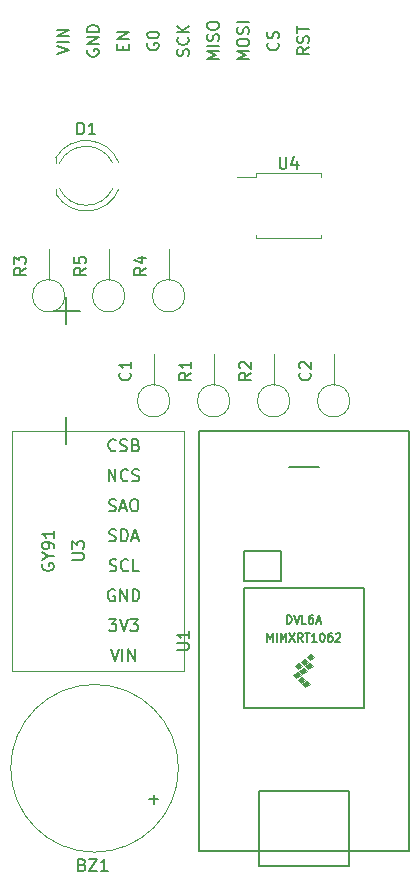
<source format=gbr>
%TF.GenerationSoftware,KiCad,Pcbnew,5.1.9*%
%TF.CreationDate,2021-04-29T21:46:09+02:00*%
%TF.ProjectId,project,70726f6a-6563-4742-9e6b-696361645f70,rev?*%
%TF.SameCoordinates,Original*%
%TF.FileFunction,Legend,Top*%
%TF.FilePolarity,Positive*%
%FSLAX46Y46*%
G04 Gerber Fmt 4.6, Leading zero omitted, Abs format (unit mm)*
G04 Created by KiCad (PCBNEW 5.1.9) date 2021-04-29 21:46:09*
%MOMM*%
%LPD*%
G01*
G04 APERTURE LIST*
%ADD10C,0.100000*%
%ADD11C,0.150000*%
%ADD12C,0.120000*%
G04 APERTURE END LIST*
D10*
%TO.C,U1*%
G36*
X257937000Y-91567000D02*
G01*
X257683000Y-91313000D01*
X258064000Y-91059000D01*
X258318000Y-91313000D01*
X257937000Y-91567000D01*
G37*
X257937000Y-91567000D02*
X257683000Y-91313000D01*
X258064000Y-91059000D01*
X258318000Y-91313000D01*
X257937000Y-91567000D01*
G36*
X257556000Y-91186000D02*
G01*
X257302000Y-90932000D01*
X257683000Y-90678000D01*
X257937000Y-90932000D01*
X257556000Y-91186000D01*
G37*
X257556000Y-91186000D02*
X257302000Y-90932000D01*
X257683000Y-90678000D01*
X257937000Y-90932000D01*
X257556000Y-91186000D01*
G36*
X258318000Y-89281000D02*
G01*
X258064000Y-89027000D01*
X258445000Y-88773000D01*
X258699000Y-89027000D01*
X258318000Y-89281000D01*
G37*
X258318000Y-89281000D02*
X258064000Y-89027000D01*
X258445000Y-88773000D01*
X258699000Y-89027000D01*
X258318000Y-89281000D01*
G36*
X257810000Y-89662000D02*
G01*
X257556000Y-89408000D01*
X257937000Y-89154000D01*
X258191000Y-89408000D01*
X257810000Y-89662000D01*
G37*
X257810000Y-89662000D02*
X257556000Y-89408000D01*
X257937000Y-89154000D01*
X258191000Y-89408000D01*
X257810000Y-89662000D01*
G36*
X257302000Y-90043000D02*
G01*
X257048000Y-89789000D01*
X257429000Y-89535000D01*
X257683000Y-89789000D01*
X257302000Y-90043000D01*
G37*
X257302000Y-90043000D02*
X257048000Y-89789000D01*
X257429000Y-89535000D01*
X257683000Y-89789000D01*
X257302000Y-90043000D01*
G36*
X258191000Y-90043000D02*
G01*
X257937000Y-89789000D01*
X258318000Y-89535000D01*
X258572000Y-89789000D01*
X258191000Y-90043000D01*
G37*
X258191000Y-90043000D02*
X257937000Y-89789000D01*
X258318000Y-89535000D01*
X258572000Y-89789000D01*
X258191000Y-90043000D01*
G36*
X257683000Y-90424000D02*
G01*
X257429000Y-90170000D01*
X257810000Y-89916000D01*
X258064000Y-90170000D01*
X257683000Y-90424000D01*
G37*
X257683000Y-90424000D02*
X257429000Y-90170000D01*
X257810000Y-89916000D01*
X258064000Y-90170000D01*
X257683000Y-90424000D01*
G36*
X257175000Y-90805000D02*
G01*
X256921000Y-90551000D01*
X257302000Y-90297000D01*
X257556000Y-90551000D01*
X257175000Y-90805000D01*
G37*
X257175000Y-90805000D02*
X256921000Y-90551000D01*
X257302000Y-90297000D01*
X257556000Y-90551000D01*
X257175000Y-90805000D01*
D11*
X255905000Y-82550000D02*
X252730000Y-82550000D01*
X255905000Y-80010000D02*
X255905000Y-82550000D01*
X252730000Y-80010000D02*
X255905000Y-80010000D01*
X252730000Y-82550000D02*
X252730000Y-80010000D01*
X266700000Y-105410000D02*
X248920000Y-105410000D01*
X266700000Y-69850000D02*
X266700000Y-105410000D01*
X248920000Y-69850000D02*
X266700000Y-69850000D01*
X248920000Y-105410000D02*
X248920000Y-69850000D01*
X262890000Y-83185000D02*
X262890000Y-93345000D01*
X252730000Y-83185000D02*
X252730000Y-93345000D01*
X252730000Y-93345000D02*
X262890000Y-93345000D01*
X262890000Y-83185000D02*
X252730000Y-83185000D01*
X256540000Y-72898000D02*
X259080000Y-72898000D01*
X261620000Y-100330000D02*
X261620000Y-105410000D01*
X254000000Y-100330000D02*
X254000000Y-105410000D01*
X261620000Y-100330000D02*
X254000000Y-100330000D01*
X254000000Y-106680000D02*
X254000000Y-105410000D01*
X261620000Y-106680000D02*
X254000000Y-106680000D01*
X261620000Y-105410000D02*
X261620000Y-106680000D01*
D12*
%TO.C,D1*%
X241649479Y-49340429D02*
G75*
G02*
X237140316Y-49340000I-2254479J1080429D01*
G01*
X241649479Y-47179571D02*
G75*
G03*
X237140316Y-47180000I-2254479J-1080429D01*
G01*
X242182815Y-49340827D02*
G75*
G02*
X236835000Y-49804830I-2787815J1080827D01*
G01*
X242182815Y-47179173D02*
G75*
G03*
X236835000Y-46715170I-2787815J-1080827D01*
G01*
X236835000Y-49340000D02*
X236835000Y-49805000D01*
X236835000Y-46715000D02*
X236835000Y-47180000D01*
%TO.C,U4*%
X256540000Y-53547500D02*
X259287500Y-53547500D01*
X259287500Y-53547500D02*
X259287500Y-53265000D01*
X256540000Y-53547500D02*
X253792500Y-53547500D01*
X253792500Y-53547500D02*
X253792500Y-53265000D01*
X256540000Y-48052500D02*
X259287500Y-48052500D01*
X259287500Y-48052500D02*
X259287500Y-48335000D01*
X256540000Y-48052500D02*
X253792500Y-48052500D01*
X253792500Y-48052500D02*
X253792500Y-48335000D01*
X253792500Y-48335000D02*
X252140000Y-48335000D01*
%TO.C,U3*%
X233110000Y-90170000D02*
X236220000Y-90170000D01*
X233110000Y-69850000D02*
X233110000Y-90170000D01*
X247650000Y-69850000D02*
X233110000Y-69850000D01*
X247650000Y-90170000D02*
X236220000Y-90170000D01*
X247650000Y-69850000D02*
X247650000Y-90170000D01*
%TO.C,R5*%
X242670000Y-58420000D02*
G75*
G03*
X242670000Y-58420000I-1370000J0D01*
G01*
X241300000Y-57050000D02*
X241300000Y-54440000D01*
%TO.C,R4*%
X247750000Y-58420000D02*
G75*
G03*
X247750000Y-58420000I-1370000J0D01*
G01*
X246380000Y-57050000D02*
X246380000Y-54440000D01*
%TO.C,R3*%
X237590000Y-58420000D02*
G75*
G03*
X237590000Y-58420000I-1370000J0D01*
G01*
X236220000Y-57050000D02*
X236220000Y-54440000D01*
%TO.C,R2*%
X256640000Y-67310000D02*
G75*
G03*
X256640000Y-67310000I-1370000J0D01*
G01*
X255270000Y-65940000D02*
X255270000Y-63330000D01*
%TO.C,R1*%
X251560000Y-67310000D02*
G75*
G03*
X251560000Y-67310000I-1370000J0D01*
G01*
X250190000Y-65940000D02*
X250190000Y-63330000D01*
%TO.C,C2*%
X261720000Y-67310000D02*
G75*
G03*
X261720000Y-67310000I-1370000J0D01*
G01*
X260350000Y-65940000D02*
X260350000Y-63330000D01*
%TO.C,C1*%
X246480000Y-67310000D02*
G75*
G03*
X246480000Y-67310000I-1370000J0D01*
G01*
X245110000Y-65940000D02*
X245110000Y-63330000D01*
%TO.C,BZ1*%
X247210000Y-98425000D02*
G75*
G03*
X247210000Y-98425000I-7100000J0D01*
G01*
%TO.C,U1*%
D11*
X247102380Y-88391904D02*
X247911904Y-88391904D01*
X248007142Y-88344285D01*
X248054761Y-88296666D01*
X248102380Y-88201428D01*
X248102380Y-88010952D01*
X248054761Y-87915714D01*
X248007142Y-87868095D01*
X247911904Y-87820476D01*
X247102380Y-87820476D01*
X248102380Y-86820476D02*
X248102380Y-87391904D01*
X248102380Y-87106190D02*
X247102380Y-87106190D01*
X247245238Y-87201428D01*
X247340476Y-87296666D01*
X247388095Y-87391904D01*
X254726666Y-87692666D02*
X254726666Y-86992666D01*
X254960000Y-87492666D01*
X255193333Y-86992666D01*
X255193333Y-87692666D01*
X255526666Y-87692666D02*
X255526666Y-86992666D01*
X255860000Y-87692666D02*
X255860000Y-86992666D01*
X256093333Y-87492666D01*
X256326666Y-86992666D01*
X256326666Y-87692666D01*
X256593333Y-86992666D02*
X257060000Y-87692666D01*
X257060000Y-86992666D02*
X256593333Y-87692666D01*
X257726666Y-87692666D02*
X257493333Y-87359333D01*
X257326666Y-87692666D02*
X257326666Y-86992666D01*
X257593333Y-86992666D01*
X257660000Y-87026000D01*
X257693333Y-87059333D01*
X257726666Y-87126000D01*
X257726666Y-87226000D01*
X257693333Y-87292666D01*
X257660000Y-87326000D01*
X257593333Y-87359333D01*
X257326666Y-87359333D01*
X257926666Y-86992666D02*
X258326666Y-86992666D01*
X258126666Y-87692666D02*
X258126666Y-86992666D01*
X258926666Y-87692666D02*
X258526666Y-87692666D01*
X258726666Y-87692666D02*
X258726666Y-86992666D01*
X258660000Y-87092666D01*
X258593333Y-87159333D01*
X258526666Y-87192666D01*
X259360000Y-86992666D02*
X259426666Y-86992666D01*
X259493333Y-87026000D01*
X259526666Y-87059333D01*
X259560000Y-87126000D01*
X259593333Y-87259333D01*
X259593333Y-87426000D01*
X259560000Y-87559333D01*
X259526666Y-87626000D01*
X259493333Y-87659333D01*
X259426666Y-87692666D01*
X259360000Y-87692666D01*
X259293333Y-87659333D01*
X259260000Y-87626000D01*
X259226666Y-87559333D01*
X259193333Y-87426000D01*
X259193333Y-87259333D01*
X259226666Y-87126000D01*
X259260000Y-87059333D01*
X259293333Y-87026000D01*
X259360000Y-86992666D01*
X260193333Y-86992666D02*
X260060000Y-86992666D01*
X259993333Y-87026000D01*
X259960000Y-87059333D01*
X259893333Y-87159333D01*
X259860000Y-87292666D01*
X259860000Y-87559333D01*
X259893333Y-87626000D01*
X259926666Y-87659333D01*
X259993333Y-87692666D01*
X260126666Y-87692666D01*
X260193333Y-87659333D01*
X260226666Y-87626000D01*
X260260000Y-87559333D01*
X260260000Y-87392666D01*
X260226666Y-87326000D01*
X260193333Y-87292666D01*
X260126666Y-87259333D01*
X259993333Y-87259333D01*
X259926666Y-87292666D01*
X259893333Y-87326000D01*
X259860000Y-87392666D01*
X260526666Y-87059333D02*
X260560000Y-87026000D01*
X260626666Y-86992666D01*
X260793333Y-86992666D01*
X260860000Y-87026000D01*
X260893333Y-87059333D01*
X260926666Y-87126000D01*
X260926666Y-87192666D01*
X260893333Y-87292666D01*
X260493333Y-87692666D01*
X260926666Y-87692666D01*
X256410000Y-86168666D02*
X256410000Y-85468666D01*
X256576666Y-85468666D01*
X256676666Y-85502000D01*
X256743333Y-85568666D01*
X256776666Y-85635333D01*
X256810000Y-85768666D01*
X256810000Y-85868666D01*
X256776666Y-86002000D01*
X256743333Y-86068666D01*
X256676666Y-86135333D01*
X256576666Y-86168666D01*
X256410000Y-86168666D01*
X257010000Y-85468666D02*
X257243333Y-86168666D01*
X257476666Y-85468666D01*
X258043333Y-86168666D02*
X257710000Y-86168666D01*
X257710000Y-85468666D01*
X258576666Y-85468666D02*
X258443333Y-85468666D01*
X258376666Y-85502000D01*
X258343333Y-85535333D01*
X258276666Y-85635333D01*
X258243333Y-85768666D01*
X258243333Y-86035333D01*
X258276666Y-86102000D01*
X258310000Y-86135333D01*
X258376666Y-86168666D01*
X258510000Y-86168666D01*
X258576666Y-86135333D01*
X258610000Y-86102000D01*
X258643333Y-86035333D01*
X258643333Y-85868666D01*
X258610000Y-85802000D01*
X258576666Y-85768666D01*
X258510000Y-85735333D01*
X258376666Y-85735333D01*
X258310000Y-85768666D01*
X258276666Y-85802000D01*
X258243333Y-85868666D01*
X258910000Y-85968666D02*
X259243333Y-85968666D01*
X258843333Y-86168666D02*
X259076666Y-85468666D01*
X259310000Y-86168666D01*
%TO.C,D1*%
X238656904Y-44752380D02*
X238656904Y-43752380D01*
X238895000Y-43752380D01*
X239037857Y-43800000D01*
X239133095Y-43895238D01*
X239180714Y-43990476D01*
X239228333Y-44180952D01*
X239228333Y-44323809D01*
X239180714Y-44514285D01*
X239133095Y-44609523D01*
X239037857Y-44704761D01*
X238895000Y-44752380D01*
X238656904Y-44752380D01*
X240180714Y-44752380D02*
X239609285Y-44752380D01*
X239895000Y-44752380D02*
X239895000Y-43752380D01*
X239799761Y-43895238D01*
X239704523Y-43990476D01*
X239609285Y-44038095D01*
%TO.C,U4*%
X255778095Y-46662380D02*
X255778095Y-47471904D01*
X255825714Y-47567142D01*
X255873333Y-47614761D01*
X255968571Y-47662380D01*
X256159047Y-47662380D01*
X256254285Y-47614761D01*
X256301904Y-47567142D01*
X256349523Y-47471904D01*
X256349523Y-46662380D01*
X257254285Y-46995714D02*
X257254285Y-47662380D01*
X257016190Y-46614761D02*
X256778095Y-47329047D01*
X257397142Y-47329047D01*
%TO.C,U3*%
X238212380Y-80771904D02*
X239021904Y-80771904D01*
X239117142Y-80724285D01*
X239164761Y-80676666D01*
X239212380Y-80581428D01*
X239212380Y-80390952D01*
X239164761Y-80295714D01*
X239117142Y-80248095D01*
X239021904Y-80200476D01*
X238212380Y-80200476D01*
X238212380Y-79819523D02*
X238212380Y-79200476D01*
X238593333Y-79533809D01*
X238593333Y-79390952D01*
X238640952Y-79295714D01*
X238688571Y-79248095D01*
X238783809Y-79200476D01*
X239021904Y-79200476D01*
X239117142Y-79248095D01*
X239164761Y-79295714D01*
X239212380Y-79390952D01*
X239212380Y-79676666D01*
X239164761Y-79771904D01*
X239117142Y-79819523D01*
X235720000Y-81129047D02*
X235672380Y-81224285D01*
X235672380Y-81367142D01*
X235720000Y-81510000D01*
X235815238Y-81605238D01*
X235910476Y-81652857D01*
X236100952Y-81700476D01*
X236243809Y-81700476D01*
X236434285Y-81652857D01*
X236529523Y-81605238D01*
X236624761Y-81510000D01*
X236672380Y-81367142D01*
X236672380Y-81271904D01*
X236624761Y-81129047D01*
X236577142Y-81081428D01*
X236243809Y-81081428D01*
X236243809Y-81271904D01*
X236196190Y-80462380D02*
X236672380Y-80462380D01*
X235672380Y-80795714D02*
X236196190Y-80462380D01*
X235672380Y-80129047D01*
X236672380Y-79748095D02*
X236672380Y-79557619D01*
X236624761Y-79462380D01*
X236577142Y-79414761D01*
X236434285Y-79319523D01*
X236243809Y-79271904D01*
X235862857Y-79271904D01*
X235767619Y-79319523D01*
X235720000Y-79367142D01*
X235672380Y-79462380D01*
X235672380Y-79652857D01*
X235720000Y-79748095D01*
X235767619Y-79795714D01*
X235862857Y-79843333D01*
X236100952Y-79843333D01*
X236196190Y-79795714D01*
X236243809Y-79748095D01*
X236291428Y-79652857D01*
X236291428Y-79462380D01*
X236243809Y-79367142D01*
X236196190Y-79319523D01*
X236100952Y-79271904D01*
X236672380Y-78319523D02*
X236672380Y-78890952D01*
X236672380Y-78605238D02*
X235672380Y-78605238D01*
X235815238Y-78700476D01*
X235910476Y-78795714D01*
X235958095Y-78890952D01*
X241903333Y-71477142D02*
X241855714Y-71524761D01*
X241712857Y-71572380D01*
X241617619Y-71572380D01*
X241474761Y-71524761D01*
X241379523Y-71429523D01*
X241331904Y-71334285D01*
X241284285Y-71143809D01*
X241284285Y-71000952D01*
X241331904Y-70810476D01*
X241379523Y-70715238D01*
X241474761Y-70620000D01*
X241617619Y-70572380D01*
X241712857Y-70572380D01*
X241855714Y-70620000D01*
X241903333Y-70667619D01*
X242284285Y-71524761D02*
X242427142Y-71572380D01*
X242665238Y-71572380D01*
X242760476Y-71524761D01*
X242808095Y-71477142D01*
X242855714Y-71381904D01*
X242855714Y-71286666D01*
X242808095Y-71191428D01*
X242760476Y-71143809D01*
X242665238Y-71096190D01*
X242474761Y-71048571D01*
X242379523Y-71000952D01*
X242331904Y-70953333D01*
X242284285Y-70858095D01*
X242284285Y-70762857D01*
X242331904Y-70667619D01*
X242379523Y-70620000D01*
X242474761Y-70572380D01*
X242712857Y-70572380D01*
X242855714Y-70620000D01*
X243617619Y-71048571D02*
X243760476Y-71096190D01*
X243808095Y-71143809D01*
X243855714Y-71239047D01*
X243855714Y-71381904D01*
X243808095Y-71477142D01*
X243760476Y-71524761D01*
X243665238Y-71572380D01*
X243284285Y-71572380D01*
X243284285Y-70572380D01*
X243617619Y-70572380D01*
X243712857Y-70620000D01*
X243760476Y-70667619D01*
X243808095Y-70762857D01*
X243808095Y-70858095D01*
X243760476Y-70953333D01*
X243712857Y-71000952D01*
X243617619Y-71048571D01*
X243284285Y-71048571D01*
X241308095Y-74112380D02*
X241308095Y-73112380D01*
X241879523Y-74112380D01*
X241879523Y-73112380D01*
X242927142Y-74017142D02*
X242879523Y-74064761D01*
X242736666Y-74112380D01*
X242641428Y-74112380D01*
X242498571Y-74064761D01*
X242403333Y-73969523D01*
X242355714Y-73874285D01*
X242308095Y-73683809D01*
X242308095Y-73540952D01*
X242355714Y-73350476D01*
X242403333Y-73255238D01*
X242498571Y-73160000D01*
X242641428Y-73112380D01*
X242736666Y-73112380D01*
X242879523Y-73160000D01*
X242927142Y-73207619D01*
X243308095Y-74064761D02*
X243450952Y-74112380D01*
X243689047Y-74112380D01*
X243784285Y-74064761D01*
X243831904Y-74017142D01*
X243879523Y-73921904D01*
X243879523Y-73826666D01*
X243831904Y-73731428D01*
X243784285Y-73683809D01*
X243689047Y-73636190D01*
X243498571Y-73588571D01*
X243403333Y-73540952D01*
X243355714Y-73493333D01*
X243308095Y-73398095D01*
X243308095Y-73302857D01*
X243355714Y-73207619D01*
X243403333Y-73160000D01*
X243498571Y-73112380D01*
X243736666Y-73112380D01*
X243879523Y-73160000D01*
X241331904Y-76604761D02*
X241474761Y-76652380D01*
X241712857Y-76652380D01*
X241808095Y-76604761D01*
X241855714Y-76557142D01*
X241903333Y-76461904D01*
X241903333Y-76366666D01*
X241855714Y-76271428D01*
X241808095Y-76223809D01*
X241712857Y-76176190D01*
X241522380Y-76128571D01*
X241427142Y-76080952D01*
X241379523Y-76033333D01*
X241331904Y-75938095D01*
X241331904Y-75842857D01*
X241379523Y-75747619D01*
X241427142Y-75700000D01*
X241522380Y-75652380D01*
X241760476Y-75652380D01*
X241903333Y-75700000D01*
X242284285Y-76366666D02*
X242760476Y-76366666D01*
X242189047Y-76652380D02*
X242522380Y-75652380D01*
X242855714Y-76652380D01*
X243379523Y-75652380D02*
X243570000Y-75652380D01*
X243665238Y-75700000D01*
X243760476Y-75795238D01*
X243808095Y-75985714D01*
X243808095Y-76319047D01*
X243760476Y-76509523D01*
X243665238Y-76604761D01*
X243570000Y-76652380D01*
X243379523Y-76652380D01*
X243284285Y-76604761D01*
X243189047Y-76509523D01*
X243141428Y-76319047D01*
X243141428Y-75985714D01*
X243189047Y-75795238D01*
X243284285Y-75700000D01*
X243379523Y-75652380D01*
X241355714Y-79144761D02*
X241498571Y-79192380D01*
X241736666Y-79192380D01*
X241831904Y-79144761D01*
X241879523Y-79097142D01*
X241927142Y-79001904D01*
X241927142Y-78906666D01*
X241879523Y-78811428D01*
X241831904Y-78763809D01*
X241736666Y-78716190D01*
X241546190Y-78668571D01*
X241450952Y-78620952D01*
X241403333Y-78573333D01*
X241355714Y-78478095D01*
X241355714Y-78382857D01*
X241403333Y-78287619D01*
X241450952Y-78240000D01*
X241546190Y-78192380D01*
X241784285Y-78192380D01*
X241927142Y-78240000D01*
X242355714Y-79192380D02*
X242355714Y-78192380D01*
X242593809Y-78192380D01*
X242736666Y-78240000D01*
X242831904Y-78335238D01*
X242879523Y-78430476D01*
X242927142Y-78620952D01*
X242927142Y-78763809D01*
X242879523Y-78954285D01*
X242831904Y-79049523D01*
X242736666Y-79144761D01*
X242593809Y-79192380D01*
X242355714Y-79192380D01*
X243308095Y-78906666D02*
X243784285Y-78906666D01*
X243212857Y-79192380D02*
X243546190Y-78192380D01*
X243879523Y-79192380D01*
X241379523Y-81684761D02*
X241522380Y-81732380D01*
X241760476Y-81732380D01*
X241855714Y-81684761D01*
X241903333Y-81637142D01*
X241950952Y-81541904D01*
X241950952Y-81446666D01*
X241903333Y-81351428D01*
X241855714Y-81303809D01*
X241760476Y-81256190D01*
X241570000Y-81208571D01*
X241474761Y-81160952D01*
X241427142Y-81113333D01*
X241379523Y-81018095D01*
X241379523Y-80922857D01*
X241427142Y-80827619D01*
X241474761Y-80780000D01*
X241570000Y-80732380D01*
X241808095Y-80732380D01*
X241950952Y-80780000D01*
X242950952Y-81637142D02*
X242903333Y-81684761D01*
X242760476Y-81732380D01*
X242665238Y-81732380D01*
X242522380Y-81684761D01*
X242427142Y-81589523D01*
X242379523Y-81494285D01*
X242331904Y-81303809D01*
X242331904Y-81160952D01*
X242379523Y-80970476D01*
X242427142Y-80875238D01*
X242522380Y-80780000D01*
X242665238Y-80732380D01*
X242760476Y-80732380D01*
X242903333Y-80780000D01*
X242950952Y-80827619D01*
X243855714Y-81732380D02*
X243379523Y-81732380D01*
X243379523Y-80732380D01*
X241808095Y-83320000D02*
X241712857Y-83272380D01*
X241570000Y-83272380D01*
X241427142Y-83320000D01*
X241331904Y-83415238D01*
X241284285Y-83510476D01*
X241236666Y-83700952D01*
X241236666Y-83843809D01*
X241284285Y-84034285D01*
X241331904Y-84129523D01*
X241427142Y-84224761D01*
X241570000Y-84272380D01*
X241665238Y-84272380D01*
X241808095Y-84224761D01*
X241855714Y-84177142D01*
X241855714Y-83843809D01*
X241665238Y-83843809D01*
X242284285Y-84272380D02*
X242284285Y-83272380D01*
X242855714Y-84272380D01*
X242855714Y-83272380D01*
X243331904Y-84272380D02*
X243331904Y-83272380D01*
X243570000Y-83272380D01*
X243712857Y-83320000D01*
X243808095Y-83415238D01*
X243855714Y-83510476D01*
X243903333Y-83700952D01*
X243903333Y-83843809D01*
X243855714Y-84034285D01*
X243808095Y-84129523D01*
X243712857Y-84224761D01*
X243570000Y-84272380D01*
X243331904Y-84272380D01*
X241331904Y-85812380D02*
X241950952Y-85812380D01*
X241617619Y-86193333D01*
X241760476Y-86193333D01*
X241855714Y-86240952D01*
X241903333Y-86288571D01*
X241950952Y-86383809D01*
X241950952Y-86621904D01*
X241903333Y-86717142D01*
X241855714Y-86764761D01*
X241760476Y-86812380D01*
X241474761Y-86812380D01*
X241379523Y-86764761D01*
X241331904Y-86717142D01*
X242236666Y-85812380D02*
X242570000Y-86812380D01*
X242903333Y-85812380D01*
X243141428Y-85812380D02*
X243760476Y-85812380D01*
X243427142Y-86193333D01*
X243570000Y-86193333D01*
X243665238Y-86240952D01*
X243712857Y-86288571D01*
X243760476Y-86383809D01*
X243760476Y-86621904D01*
X243712857Y-86717142D01*
X243665238Y-86764761D01*
X243570000Y-86812380D01*
X243284285Y-86812380D01*
X243189047Y-86764761D01*
X243141428Y-86717142D01*
X241474761Y-88352380D02*
X241808095Y-89352380D01*
X242141428Y-88352380D01*
X242474761Y-89352380D02*
X242474761Y-88352380D01*
X242950952Y-89352380D02*
X242950952Y-88352380D01*
X243522380Y-89352380D01*
X243522380Y-88352380D01*
%TO.C,U2*%
X258262380Y-37377619D02*
X257786190Y-37710952D01*
X258262380Y-37949047D02*
X257262380Y-37949047D01*
X257262380Y-37568095D01*
X257310000Y-37472857D01*
X257357619Y-37425238D01*
X257452857Y-37377619D01*
X257595714Y-37377619D01*
X257690952Y-37425238D01*
X257738571Y-37472857D01*
X257786190Y-37568095D01*
X257786190Y-37949047D01*
X258214761Y-36996666D02*
X258262380Y-36853809D01*
X258262380Y-36615714D01*
X258214761Y-36520476D01*
X258167142Y-36472857D01*
X258071904Y-36425238D01*
X257976666Y-36425238D01*
X257881428Y-36472857D01*
X257833809Y-36520476D01*
X257786190Y-36615714D01*
X257738571Y-36806190D01*
X257690952Y-36901428D01*
X257643333Y-36949047D01*
X257548095Y-36996666D01*
X257452857Y-36996666D01*
X257357619Y-36949047D01*
X257310000Y-36901428D01*
X257262380Y-36806190D01*
X257262380Y-36568095D01*
X257310000Y-36425238D01*
X257262380Y-36139523D02*
X257262380Y-35568095D01*
X258262380Y-35853809D02*
X257262380Y-35853809D01*
X255627142Y-36996666D02*
X255674761Y-37044285D01*
X255722380Y-37187142D01*
X255722380Y-37282380D01*
X255674761Y-37425238D01*
X255579523Y-37520476D01*
X255484285Y-37568095D01*
X255293809Y-37615714D01*
X255150952Y-37615714D01*
X254960476Y-37568095D01*
X254865238Y-37520476D01*
X254770000Y-37425238D01*
X254722380Y-37282380D01*
X254722380Y-37187142D01*
X254770000Y-37044285D01*
X254817619Y-36996666D01*
X255674761Y-36615714D02*
X255722380Y-36472857D01*
X255722380Y-36234761D01*
X255674761Y-36139523D01*
X255627142Y-36091904D01*
X255531904Y-36044285D01*
X255436666Y-36044285D01*
X255341428Y-36091904D01*
X255293809Y-36139523D01*
X255246190Y-36234761D01*
X255198571Y-36425238D01*
X255150952Y-36520476D01*
X255103333Y-36568095D01*
X255008095Y-36615714D01*
X254912857Y-36615714D01*
X254817619Y-36568095D01*
X254770000Y-36520476D01*
X254722380Y-36425238D01*
X254722380Y-36187142D01*
X254770000Y-36044285D01*
X253182380Y-38401428D02*
X252182380Y-38401428D01*
X252896666Y-38068095D01*
X252182380Y-37734761D01*
X253182380Y-37734761D01*
X252182380Y-37068095D02*
X252182380Y-36877619D01*
X252230000Y-36782380D01*
X252325238Y-36687142D01*
X252515714Y-36639523D01*
X252849047Y-36639523D01*
X253039523Y-36687142D01*
X253134761Y-36782380D01*
X253182380Y-36877619D01*
X253182380Y-37068095D01*
X253134761Y-37163333D01*
X253039523Y-37258571D01*
X252849047Y-37306190D01*
X252515714Y-37306190D01*
X252325238Y-37258571D01*
X252230000Y-37163333D01*
X252182380Y-37068095D01*
X253134761Y-36258571D02*
X253182380Y-36115714D01*
X253182380Y-35877619D01*
X253134761Y-35782380D01*
X253087142Y-35734761D01*
X252991904Y-35687142D01*
X252896666Y-35687142D01*
X252801428Y-35734761D01*
X252753809Y-35782380D01*
X252706190Y-35877619D01*
X252658571Y-36068095D01*
X252610952Y-36163333D01*
X252563333Y-36210952D01*
X252468095Y-36258571D01*
X252372857Y-36258571D01*
X252277619Y-36210952D01*
X252230000Y-36163333D01*
X252182380Y-36068095D01*
X252182380Y-35830000D01*
X252230000Y-35687142D01*
X253182380Y-35258571D02*
X252182380Y-35258571D01*
X250642380Y-38401428D02*
X249642380Y-38401428D01*
X250356666Y-38068095D01*
X249642380Y-37734761D01*
X250642380Y-37734761D01*
X250642380Y-37258571D02*
X249642380Y-37258571D01*
X250594761Y-36830000D02*
X250642380Y-36687142D01*
X250642380Y-36449047D01*
X250594761Y-36353809D01*
X250547142Y-36306190D01*
X250451904Y-36258571D01*
X250356666Y-36258571D01*
X250261428Y-36306190D01*
X250213809Y-36353809D01*
X250166190Y-36449047D01*
X250118571Y-36639523D01*
X250070952Y-36734761D01*
X250023333Y-36782380D01*
X249928095Y-36830000D01*
X249832857Y-36830000D01*
X249737619Y-36782380D01*
X249690000Y-36734761D01*
X249642380Y-36639523D01*
X249642380Y-36401428D01*
X249690000Y-36258571D01*
X249642380Y-35639523D02*
X249642380Y-35449047D01*
X249690000Y-35353809D01*
X249785238Y-35258571D01*
X249975714Y-35210952D01*
X250309047Y-35210952D01*
X250499523Y-35258571D01*
X250594761Y-35353809D01*
X250642380Y-35449047D01*
X250642380Y-35639523D01*
X250594761Y-35734761D01*
X250499523Y-35830000D01*
X250309047Y-35877619D01*
X249975714Y-35877619D01*
X249785238Y-35830000D01*
X249690000Y-35734761D01*
X249642380Y-35639523D01*
X248054761Y-38115714D02*
X248102380Y-37972857D01*
X248102380Y-37734761D01*
X248054761Y-37639523D01*
X248007142Y-37591904D01*
X247911904Y-37544285D01*
X247816666Y-37544285D01*
X247721428Y-37591904D01*
X247673809Y-37639523D01*
X247626190Y-37734761D01*
X247578571Y-37925238D01*
X247530952Y-38020476D01*
X247483333Y-38068095D01*
X247388095Y-38115714D01*
X247292857Y-38115714D01*
X247197619Y-38068095D01*
X247150000Y-38020476D01*
X247102380Y-37925238D01*
X247102380Y-37687142D01*
X247150000Y-37544285D01*
X248007142Y-36544285D02*
X248054761Y-36591904D01*
X248102380Y-36734761D01*
X248102380Y-36830000D01*
X248054761Y-36972857D01*
X247959523Y-37068095D01*
X247864285Y-37115714D01*
X247673809Y-37163333D01*
X247530952Y-37163333D01*
X247340476Y-37115714D01*
X247245238Y-37068095D01*
X247150000Y-36972857D01*
X247102380Y-36830000D01*
X247102380Y-36734761D01*
X247150000Y-36591904D01*
X247197619Y-36544285D01*
X248102380Y-36115714D02*
X247102380Y-36115714D01*
X248102380Y-35544285D02*
X247530952Y-35972857D01*
X247102380Y-35544285D02*
X247673809Y-36115714D01*
X244610000Y-37044285D02*
X244562380Y-37139523D01*
X244562380Y-37282380D01*
X244610000Y-37425238D01*
X244705238Y-37520476D01*
X244800476Y-37568095D01*
X244990952Y-37615714D01*
X245133809Y-37615714D01*
X245324285Y-37568095D01*
X245419523Y-37520476D01*
X245514761Y-37425238D01*
X245562380Y-37282380D01*
X245562380Y-37187142D01*
X245514761Y-37044285D01*
X245467142Y-36996666D01*
X245133809Y-36996666D01*
X245133809Y-37187142D01*
X244562380Y-36377619D02*
X244562380Y-36282380D01*
X244610000Y-36187142D01*
X244657619Y-36139523D01*
X244752857Y-36091904D01*
X244943333Y-36044285D01*
X245181428Y-36044285D01*
X245371904Y-36091904D01*
X245467142Y-36139523D01*
X245514761Y-36187142D01*
X245562380Y-36282380D01*
X245562380Y-36377619D01*
X245514761Y-36472857D01*
X245467142Y-36520476D01*
X245371904Y-36568095D01*
X245181428Y-36615714D01*
X244943333Y-36615714D01*
X244752857Y-36568095D01*
X244657619Y-36520476D01*
X244610000Y-36472857D01*
X244562380Y-36377619D01*
X242498571Y-37568095D02*
X242498571Y-37234761D01*
X243022380Y-37091904D02*
X243022380Y-37568095D01*
X242022380Y-37568095D01*
X242022380Y-37091904D01*
X243022380Y-36663333D02*
X242022380Y-36663333D01*
X243022380Y-36091904D01*
X242022380Y-36091904D01*
X239530000Y-37591904D02*
X239482380Y-37687142D01*
X239482380Y-37830000D01*
X239530000Y-37972857D01*
X239625238Y-38068095D01*
X239720476Y-38115714D01*
X239910952Y-38163333D01*
X240053809Y-38163333D01*
X240244285Y-38115714D01*
X240339523Y-38068095D01*
X240434761Y-37972857D01*
X240482380Y-37830000D01*
X240482380Y-37734761D01*
X240434761Y-37591904D01*
X240387142Y-37544285D01*
X240053809Y-37544285D01*
X240053809Y-37734761D01*
X240482380Y-37115714D02*
X239482380Y-37115714D01*
X240482380Y-36544285D01*
X239482380Y-36544285D01*
X240482380Y-36068095D02*
X239482380Y-36068095D01*
X239482380Y-35830000D01*
X239530000Y-35687142D01*
X239625238Y-35591904D01*
X239720476Y-35544285D01*
X239910952Y-35496666D01*
X240053809Y-35496666D01*
X240244285Y-35544285D01*
X240339523Y-35591904D01*
X240434761Y-35687142D01*
X240482380Y-35830000D01*
X240482380Y-36068095D01*
X236942380Y-37925238D02*
X237942380Y-37591904D01*
X236942380Y-37258571D01*
X237942380Y-36925238D02*
X236942380Y-36925238D01*
X237942380Y-36449047D02*
X236942380Y-36449047D01*
X237942380Y-35877619D01*
X236942380Y-35877619D01*
%TO.C,R5*%
X239382380Y-56046666D02*
X238906190Y-56380000D01*
X239382380Y-56618095D02*
X238382380Y-56618095D01*
X238382380Y-56237142D01*
X238430000Y-56141904D01*
X238477619Y-56094285D01*
X238572857Y-56046666D01*
X238715714Y-56046666D01*
X238810952Y-56094285D01*
X238858571Y-56141904D01*
X238906190Y-56237142D01*
X238906190Y-56618095D01*
X238382380Y-55141904D02*
X238382380Y-55618095D01*
X238858571Y-55665714D01*
X238810952Y-55618095D01*
X238763333Y-55522857D01*
X238763333Y-55284761D01*
X238810952Y-55189523D01*
X238858571Y-55141904D01*
X238953809Y-55094285D01*
X239191904Y-55094285D01*
X239287142Y-55141904D01*
X239334761Y-55189523D01*
X239382380Y-55284761D01*
X239382380Y-55522857D01*
X239334761Y-55618095D01*
X239287142Y-55665714D01*
%TO.C,R4*%
X244462380Y-56046666D02*
X243986190Y-56380000D01*
X244462380Y-56618095D02*
X243462380Y-56618095D01*
X243462380Y-56237142D01*
X243510000Y-56141904D01*
X243557619Y-56094285D01*
X243652857Y-56046666D01*
X243795714Y-56046666D01*
X243890952Y-56094285D01*
X243938571Y-56141904D01*
X243986190Y-56237142D01*
X243986190Y-56618095D01*
X243795714Y-55189523D02*
X244462380Y-55189523D01*
X243414761Y-55427619D02*
X244129047Y-55665714D01*
X244129047Y-55046666D01*
%TO.C,R3*%
X234302380Y-56046666D02*
X233826190Y-56380000D01*
X234302380Y-56618095D02*
X233302380Y-56618095D01*
X233302380Y-56237142D01*
X233350000Y-56141904D01*
X233397619Y-56094285D01*
X233492857Y-56046666D01*
X233635714Y-56046666D01*
X233730952Y-56094285D01*
X233778571Y-56141904D01*
X233826190Y-56237142D01*
X233826190Y-56618095D01*
X233302380Y-55713333D02*
X233302380Y-55094285D01*
X233683333Y-55427619D01*
X233683333Y-55284761D01*
X233730952Y-55189523D01*
X233778571Y-55141904D01*
X233873809Y-55094285D01*
X234111904Y-55094285D01*
X234207142Y-55141904D01*
X234254761Y-55189523D01*
X234302380Y-55284761D01*
X234302380Y-55570476D01*
X234254761Y-55665714D01*
X234207142Y-55713333D01*
%TO.C,R2*%
X253352380Y-64936666D02*
X252876190Y-65270000D01*
X253352380Y-65508095D02*
X252352380Y-65508095D01*
X252352380Y-65127142D01*
X252400000Y-65031904D01*
X252447619Y-64984285D01*
X252542857Y-64936666D01*
X252685714Y-64936666D01*
X252780952Y-64984285D01*
X252828571Y-65031904D01*
X252876190Y-65127142D01*
X252876190Y-65508095D01*
X252447619Y-64555714D02*
X252400000Y-64508095D01*
X252352380Y-64412857D01*
X252352380Y-64174761D01*
X252400000Y-64079523D01*
X252447619Y-64031904D01*
X252542857Y-63984285D01*
X252638095Y-63984285D01*
X252780952Y-64031904D01*
X253352380Y-64603333D01*
X253352380Y-63984285D01*
%TO.C,R1*%
X248272380Y-64936666D02*
X247796190Y-65270000D01*
X248272380Y-65508095D02*
X247272380Y-65508095D01*
X247272380Y-65127142D01*
X247320000Y-65031904D01*
X247367619Y-64984285D01*
X247462857Y-64936666D01*
X247605714Y-64936666D01*
X247700952Y-64984285D01*
X247748571Y-65031904D01*
X247796190Y-65127142D01*
X247796190Y-65508095D01*
X248272380Y-63984285D02*
X248272380Y-64555714D01*
X248272380Y-64270000D02*
X247272380Y-64270000D01*
X247415238Y-64365238D01*
X247510476Y-64460476D01*
X247558095Y-64555714D01*
%TO.C,C2*%
X258337142Y-64936666D02*
X258384761Y-64984285D01*
X258432380Y-65127142D01*
X258432380Y-65222380D01*
X258384761Y-65365238D01*
X258289523Y-65460476D01*
X258194285Y-65508095D01*
X258003809Y-65555714D01*
X257860952Y-65555714D01*
X257670476Y-65508095D01*
X257575238Y-65460476D01*
X257480000Y-65365238D01*
X257432380Y-65222380D01*
X257432380Y-65127142D01*
X257480000Y-64984285D01*
X257527619Y-64936666D01*
X257527619Y-64555714D02*
X257480000Y-64508095D01*
X257432380Y-64412857D01*
X257432380Y-64174761D01*
X257480000Y-64079523D01*
X257527619Y-64031904D01*
X257622857Y-63984285D01*
X257718095Y-63984285D01*
X257860952Y-64031904D01*
X258432380Y-64603333D01*
X258432380Y-63984285D01*
%TO.C,C1*%
X243097142Y-64936666D02*
X243144761Y-64984285D01*
X243192380Y-65127142D01*
X243192380Y-65222380D01*
X243144761Y-65365238D01*
X243049523Y-65460476D01*
X242954285Y-65508095D01*
X242763809Y-65555714D01*
X242620952Y-65555714D01*
X242430476Y-65508095D01*
X242335238Y-65460476D01*
X242240000Y-65365238D01*
X242192380Y-65222380D01*
X242192380Y-65127142D01*
X242240000Y-64984285D01*
X242287619Y-64936666D01*
X243192380Y-63984285D02*
X243192380Y-64555714D01*
X243192380Y-64270000D02*
X242192380Y-64270000D01*
X242335238Y-64365238D01*
X242430476Y-64460476D01*
X242478095Y-64555714D01*
%TO.C,BZ1*%
X239069047Y-106583571D02*
X239211904Y-106631190D01*
X239259523Y-106678809D01*
X239307142Y-106774047D01*
X239307142Y-106916904D01*
X239259523Y-107012142D01*
X239211904Y-107059761D01*
X239116666Y-107107380D01*
X238735714Y-107107380D01*
X238735714Y-106107380D01*
X239069047Y-106107380D01*
X239164285Y-106155000D01*
X239211904Y-106202619D01*
X239259523Y-106297857D01*
X239259523Y-106393095D01*
X239211904Y-106488333D01*
X239164285Y-106535952D01*
X239069047Y-106583571D01*
X238735714Y-106583571D01*
X239640476Y-106107380D02*
X240307142Y-106107380D01*
X239640476Y-107107380D01*
X240307142Y-107107380D01*
X241211904Y-107107380D02*
X240640476Y-107107380D01*
X240926190Y-107107380D02*
X240926190Y-106107380D01*
X240830952Y-106250238D01*
X240735714Y-106345476D01*
X240640476Y-106393095D01*
X244739047Y-101036428D02*
X245500952Y-101036428D01*
X245120000Y-101417380D02*
X245120000Y-100655476D01*
%TO.C,BAT1*%
X237704285Y-70992857D02*
X237704285Y-68707142D01*
X237704285Y-60832856D02*
X237704285Y-58547143D01*
X238847142Y-59690000D02*
X236561428Y-59690000D01*
%TD*%
M02*

</source>
